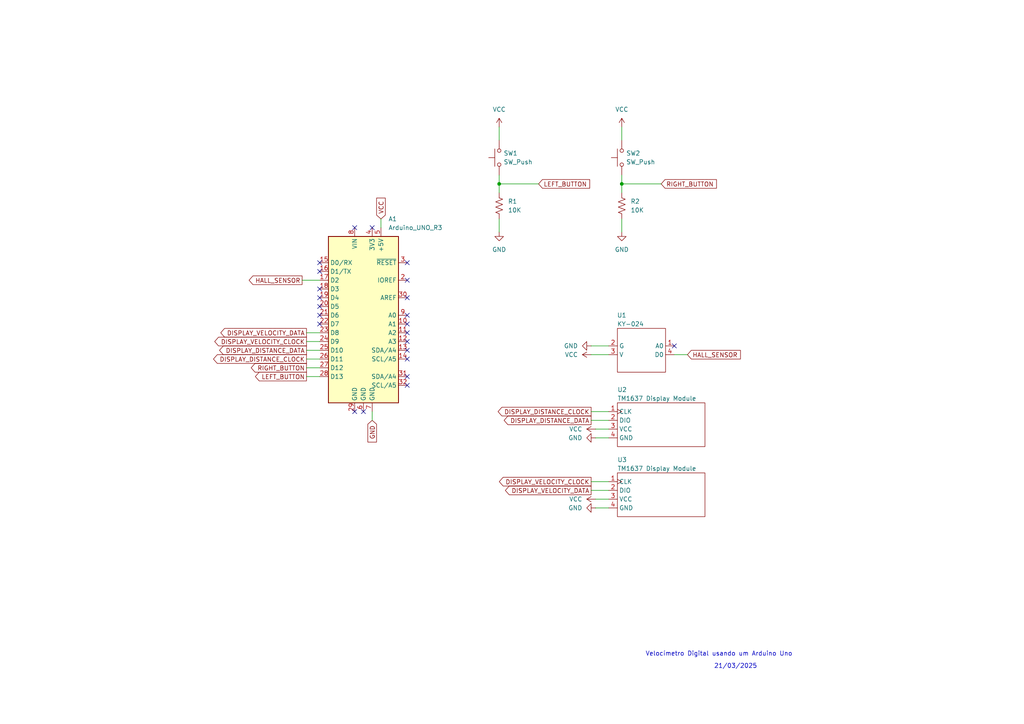
<source format=kicad_sch>
(kicad_sch (version 20250114) (generator "eeschema") (generator_version "9.0")
  (paper "A4")
  (lib_symbols
    (symbol "Device:R_US" (pin_numbers (hide yes)) (pin_names (offset 0))
      (property "Reference" "R" (at 2.54 0 90))
      (property "Value" "R_US" (at -2.54 0 90))
      (symbol "R_US_0_1"
        (polyline (pts (xy 0 2.286) (xy 0 2.54)))
        (polyline (pts (xy 0 2.286) (xy 1.016 1.905) (xy 0 1.524) (xy -1.016 1.143) (xy 0 0.762)))
        (polyline (pts (xy 0 0.762) (xy 1.016 0.381) (xy 0 0) (xy -1.016 -0.381) (xy 0 -0.762)))
        (polyline (pts (xy 0 -0.762) (xy 1.016 -1.143) (xy 0 -1.524) (xy -1.016 -1.905) (xy 0 -2.286)))
        (polyline (pts (xy 0 -2.286) (xy 0 -2.54)))
      )
      (symbol "R_US_1_1"
        (pin passive line (at 0 3.81 270) (length 1.27) (name "~") (number "1"))
        (pin passive line (at 0 -3.81 90) (length 1.27) (name "~") (number "2"))
      )
    )
    (symbol "MCU_Module:Arduino_UNO_R3"
      (property "Reference" "A" (at -10.16 23.495 0))
      (property "Value" "Arduino_UNO_R3" (at 5.08 -26.67 0))
      (symbol "Arduino_UNO_R3_0_1"
        (rectangle (start -10.16 22.86) (end 10.16 -25.4) (stroke (width 0.254)) (fill (type background)))
      )
      (symbol "Arduino_UNO_R3_1_1"
        (pin bidirectional line (at -12.7 15.24 0) (length 2.54) (name "D0/RX") (number "15"))
        (pin bidirectional line (at -12.7 12.7 0) (length 2.54) (name "D1/TX") (number "16"))
        (pin bidirectional line (at -12.7 10.16 0) (length 2.54) (name "D2") (number "17"))
        (pin bidirectional line (at -12.7 7.62 0) (length 2.54) (name "D3") (number "18"))
        (pin bidirectional line (at -12.7 5.08 0) (length 2.54) (name "D4") (number "19"))
        (pin bidirectional line (at -12.7 2.54 0) (length 2.54) (name "D5") (number "20"))
        (pin bidirectional line (at -12.7 0 0) (length 2.54) (name "D6") (number "21"))
        (pin bidirectional line (at -12.7 -2.54 0) (length 2.54) (name "D7") (number "22"))
        (pin bidirectional line (at -12.7 -5.08 0) (length 2.54) (name "D8") (number "23"))
        (pin bidirectional line (at -12.7 -7.62 0) (length 2.54) (name "D9") (number "24"))
        (pin bidirectional line (at -12.7 -10.16 0) (length 2.54) (name "D10") (number "25"))
        (pin bidirectional line (at -12.7 -12.7 0) (length 2.54) (name "D11") (number "26"))
        (pin bidirectional line (at -12.7 -15.24 0) (length 2.54) (name "D12") (number "27"))
        (pin bidirectional line (at -12.7 -17.78 0) (length 2.54) (name "D13") (number "28"))
        (pin no_connect line (at -10.16 -20.32 0) (length 2.54) (hide yes) (name "NC") (number "1"))
        (pin power_in line (at -2.54 25.4 270) (length 2.54) (name "VIN") (number "8"))
        (pin power_in line (at -2.54 -27.94 90) (length 2.54) (name "GND") (number "29"))
        (pin power_in line (at 0 -27.94 90) (length 2.54) (name "GND") (number "6"))
        (pin power_out line (at 2.54 25.4 270) (length 2.54) (name "3V3") (number "4"))
        (pin power_in line (at 2.54 -27.94 90) (length 2.54) (name "GND") (number "7"))
        (pin power_out line (at 5.08 25.4 270) (length 2.54) (name "+5V") (number "5"))
        (pin input line (at 12.7 15.24 180) (length 2.54) (name "~{RESET}") (number "3"))
        (pin output line (at 12.7 10.16 180) (length 2.54) (name "IOREF") (number "2"))
        (pin input line (at 12.7 5.08 180) (length 2.54) (name "AREF") (number "30"))
        (pin bidirectional line (at 12.7 0 180) (length 2.54) (name "A0") (number "9"))
        (pin bidirectional line (at 12.7 -2.54 180) (length 2.54) (name "A1") (number "10"))
        (pin bidirectional line (at 12.7 -5.08 180) (length 2.54) (name "A2") (number "11"))
        (pin bidirectional line (at 12.7 -7.62 180) (length 2.54) (name "A3") (number "12"))
        (pin bidirectional line (at 12.7 -10.16 180) (length 2.54) (name "SDA/A4") (number "13"))
        (pin bidirectional line (at 12.7 -12.7 180) (length 2.54) (name "SCL/A5") (number "14"))
        (pin bidirectional line (at 12.7 -17.78 180) (length 2.54) (name "SDA/A4") (number "31"))
        (pin bidirectional line (at 12.7 -20.32 180) (length 2.54) (name "SCL/A5") (number "32"))
      )
    )
    (symbol "Switch:SW_Push" (pin_numbers (hide yes)) (pin_names (offset 1.016) (hide yes))
      (property "Reference" "SW" (at 1.27 2.54 0))
      (property "Value" "SW_Push" (at 0 -1.524 0))
      (symbol "SW_Push_0_1"
        (circle (center -2.032 0) (radius 0.508))
        (polyline (pts (xy 0 1.27) (xy 0 3.048)))
        (circle (center 2.032 0) (radius 0.508))
        (polyline (pts (xy 2.54 1.27) (xy -2.54 1.27)))
        (pin passive line (at -5.08 0 0) (length 2.54) (name "1") (number "1"))
        (pin passive line (at 5.08 0 180) (length 2.54) (name "2") (number "2"))
      )
    )
    (symbol "TM1637-Display-Module_1"
      (property "Reference" "U" (at -24.892 4.064 0))
      (property "Value" "TM1637 Display Module" (at -13.97 1.27 0))
      (symbol "TM1637-Display-Module_1_0_1"
        (rectangle (start -25.4 0) (end 0 -12.7))
      )
      (symbol "TM1637-Display-Module_1_1_1"
        (pin input clock (at -27.94 -2.54 0) (length 2.54) (name "CLK") (number "1"))
        (pin input line (at -27.94 -5.08 0) (length 2.54) (name "DIO") (number "2"))
        (pin power_in line (at -27.94 -7.62 0) (length 2.54) (name "VCC") (number "3"))
        (pin power_in line (at -27.94 -10.16 0) (length 2.54) (name "GND") (number "4"))
      )
    )
    (symbol "library:Sensor-Hall-KY-024"
      (property "Reference" "U" (at -13.462 3.302 0))
      (property "Value" "KY-024" (at -10.16 1.016 0))
      (symbol "Sensor-Hall-KY-024_0_1"
        (rectangle (start -13.97 0) (end 0 -12.7))
      )
      (symbol "Sensor-Hall-KY-024_1_1"
        (pin power_out line (at -16.51 -5.08 0) (length 2.54) (name "G") (number "2"))
        (pin power_in line (at -16.51 -7.62 0) (length 2.54) (name "V") (number "3"))
        (pin output line (at 2.54 -5.08 180) (length 2.54) (name "A0") (number "1"))
        (pin output line (at 2.54 -7.62 180) (length 2.54) (name "D0") (number "4"))
      )
    )
    (symbol "library:TM1637-Display-Module"
      (property "Reference" "U" (at -24.892 4.064 0))
      (property "Value" "TM1637 Display Module" (at -13.97 1.27 0))
      (symbol "TM1637-Display-Module_0_1"
        (rectangle (start -25.4 0) (end 0 -12.7))
      )
      (symbol "TM1637-Display-Module_1_1"
        (pin input clock (at -27.94 -2.54 0) (length 2.54) (name "CLK") (number "1"))
        (pin input line (at -27.94 -5.08 0) (length 2.54) (name "DIO") (number "2"))
        (pin power_in line (at -27.94 -7.62 0) (length 2.54) (name "VCC") (number "3"))
        (pin power_in line (at -27.94 -10.16 0) (length 2.54) (name "GND") (number "4"))
      )
    )
    (symbol "power:GND" (power) (pin_numbers (hide yes)) (pin_names (offset 0) (hide yes))
      (property "Value" "GND" (at 0 -3.81 0))
      (symbol "GND_0_1"
        (polyline (pts (xy 0 0) (xy 0 -1.27) (xy 1.27 -1.27) (xy 0 -2.54) (xy -1.27 -1.27) (xy 0 -1.27)))
      )
      (symbol "GND_1_1"
        (pin power_in line (at 0 0 270) (length 0) (name "~") (number "1"))
      )
    )
    (symbol "power:VCC" (power) (pin_numbers (hide yes)) (pin_names (offset 0) (hide yes))
      (property "Value" "VCC" (at 0 3.556 0))
      (symbol "VCC_0_1"
        (polyline (pts (xy -0.762 1.27) (xy 0 2.54)))
        (polyline (pts (xy 0 2.54) (xy 0.762 1.27)))
        (polyline (pts (xy 0 0) (xy 0 2.54)))
      )
      (symbol "VCC_1_1"
        (pin power_in line (at 0 0 90) (length 0) (name "~") (number "1"))
      )
    )
  )
  (text "Velocímetro Digital usando um Arduino Uno" (at 208.534 189.738 0) (effects (font (size 1.27 1.27))))
  (text "21/03/2025" (at 213.36 193.294 0) (effects (font (size 1.27 1.27))))
  (junction (at 180.34 53.34))
  (junction (at 144.78 53.34))
  (no_connect (at 118.11 91.44))
  (no_connect (at 102.87 119.38))
  (no_connect (at 118.11 76.2))
  (no_connect (at 105.41 119.38))
  (no_connect (at 118.11 81.28))
  (no_connect (at 118.11 99.06))
  (no_connect (at 92.71 83.82))
  (no_connect (at 92.71 76.2))
  (no_connect (at 92.71 78.74))
  (no_connect (at 118.11 104.14))
  (no_connect (at 118.11 96.52))
  (no_connect (at 92.71 88.9))
  (no_connect (at 92.71 86.36))
  (no_connect (at 107.95 66.04))
  (no_connect (at 102.87 66.04))
  (no_connect (at 118.11 101.6))
  (no_connect (at 118.11 93.98))
  (no_connect (at 92.71 91.44))
  (no_connect (at 118.11 86.36))
  (no_connect (at 118.11 111.76))
  (no_connect (at 92.71 93.98))
  (no_connect (at 118.11 109.22))
  (no_connect (at 195.58 100.33))
  (wire (pts (xy 144.78 36.83) (xy 144.78 40.64)))
  (wire (pts (xy 180.34 36.83) (xy 180.34 40.64)))
  (wire (pts (xy 144.78 50.8) (xy 144.78 53.34)))
  (wire (pts (xy 88.9 106.68) (xy 92.71 106.68)))
  (wire (pts (xy 144.78 63.5) (xy 144.78 67.31)))
  (wire (pts (xy 172.72 144.78) (xy 176.53 144.78)))
  (wire (pts (xy 171.45 142.24) (xy 176.53 142.24)))
  (wire (pts (xy 180.34 53.34) (xy 180.34 55.88)))
  (wire (pts (xy 171.45 121.92) (xy 176.53 121.92)))
  (wire (pts (xy 144.78 53.34) (xy 144.78 55.88)))
  (wire (pts (xy 172.72 127) (xy 176.53 127)))
  (wire (pts (xy 172.72 147.32) (xy 176.53 147.32)))
  (wire (pts (xy 107.95 119.38) (xy 107.95 121.92)))
  (wire (pts (xy 180.34 53.34) (xy 191.77 53.34)))
  (wire (pts (xy 180.34 50.8) (xy 180.34 53.34)))
  (wire (pts (xy 87.63 81.28) (xy 92.71 81.28)))
  (wire (pts (xy 171.45 102.87) (xy 176.53 102.87)))
  (wire (pts (xy 171.45 139.7) (xy 176.53 139.7)))
  (wire (pts (xy 171.45 119.38) (xy 176.53 119.38)))
  (wire (pts (xy 88.9 104.14) (xy 92.71 104.14)))
  (wire (pts (xy 88.9 109.22) (xy 92.71 109.22)))
  (wire (pts (xy 144.78 53.34) (xy 156.21 53.34)))
  (wire (pts (xy 110.49 63.5) (xy 110.49 66.04)))
  (wire (pts (xy 88.9 99.06) (xy 92.71 99.06)))
  (wire (pts (xy 171.45 100.33) (xy 176.53 100.33)))
  (wire (pts (xy 195.58 102.87) (xy 199.39 102.87)))
  (wire (pts (xy 172.72 124.46) (xy 176.53 124.46)))
  (wire (pts (xy 88.9 96.52) (xy 92.71 96.52)))
  (wire (pts (xy 88.9 101.6) (xy 92.71 101.6)))
  (wire (pts (xy 180.34 63.5) (xy 180.34 67.31)))
  (global_label "LEFT_BUTTON" (shape output) (at 88.9 109.22 180) (property "Intersheetrefs" "${INTERSHEET_REFS}" (effects (hide yes))))
  (global_label "HALL_SENSOR" (shape input) (at 199.39 102.87 0) (property "Intersheetrefs" "${INTERSHEET_REFS}" (effects (hide yes))))
  (global_label "RIGHT_BUTTON" (shape input) (at 191.77 53.34 0) (property "Intersheetrefs" "${INTERSHEET_REFS}" (effects (hide yes))))
  (global_label "DISPLAY_DISTANCE_CLOCK" (shape output) (at 171.45 119.38 180) (property "Intersheetrefs" "${INTERSHEET_REFS}" (effects (hide yes))))
  (global_label "VCC" (shape input) (at 110.49 63.5 90) (property "Intersheetrefs" "${INTERSHEET_REFS}" (effects (hide yes))))
  (global_label "DISPLAY_VELOCITY_DATA" (shape output) (at 171.45 142.24 180) (property "Intersheetrefs" "${INTERSHEET_REFS}" (effects (hide yes))))
  (global_label "DISPLAY_DISTANCE_DATA" (shape output) (at 88.9 101.6 180) (property "Intersheetrefs" "${INTERSHEET_REFS}" (effects (hide yes))))
  (global_label "DISPLAY_DISTANCE_CLOCK" (shape output) (at 88.9 104.14 180) (property "Intersheetrefs" "${INTERSHEET_REFS}" (effects (hide yes))))
  (global_label "GND" (shape input) (at 107.95 121.92 270) (property "Intersheetrefs" "${INTERSHEET_REFS}" (effects (hide yes))))
  (global_label "DISPLAY_VELOCITY_CLOCK" (shape output) (at 88.9 99.06 180) (property "Intersheetrefs" "${INTERSHEET_REFS}" (effects (hide yes))))
  (global_label "RIGHT_BUTTON" (shape output) (at 88.9 106.68 180) (property "Intersheetrefs" "${INTERSHEET_REFS}" (effects (hide yes))))
  (global_label "HALL_SENSOR" (shape output) (at 87.63 81.28 180) (property "Intersheetrefs" "${INTERSHEET_REFS}" (effects (hide yes))))
  (global_label "DISPLAY_VELOCITY_DATA" (shape output) (at 88.9 96.52 180) (property "Intersheetrefs" "${INTERSHEET_REFS}" (effects (hide yes))))
  (global_label "LEFT_BUTTON" (shape input) (at 156.21 53.34 0) (property "Intersheetrefs" "${INTERSHEET_REFS}" (effects (hide yes))))
  (global_label "DISPLAY_DISTANCE_DATA" (shape output) (at 171.45 121.92 180) (property "Intersheetrefs" "${INTERSHEET_REFS}" (effects (hide yes))))
  (global_label "DISPLAY_VELOCITY_CLOCK" (shape output) (at 171.45 139.7 180) (property "Intersheetrefs" "${INTERSHEET_REFS}" (effects (hide yes))))
  (symbol (lib_id "power:GND") (at 144.78 67.31 0) (unit 1)
    (property "Reference" "#PWR02" (effects (hide yes)))
    (property "Value" "GND" (at 144.78 72.39 0))
    (property "Description" "Power symbol creates a global label with name \"GND\" , ground" (effects (hide yes)))
  )
  (symbol (lib_id "library:Sensor-Hall-KY-024") (at 193.04 95.25 0) (unit 1)
    (property "Reference" "U1" (at 180.34 91.44 0))
    (property "Value" "KY-024" (at 182.88 93.98 0))
    (property "Footprint" "library:KY-024" (effects (hide yes)))
  )
  (symbol (lib_id "power:VCC") (at 144.78 36.83 0) (unit 1)
    (property "Reference" "#PWR01" (effects (hide yes)))
    (property "Value" "VCC" (at 144.78 31.75 0))
    (property "Description" "Power symbol creates a global label with name \"VCC\"" (effects (hide yes)))
  )
  (symbol (lib_id "power:VCC") (at 172.72 124.46 90) (unit 1)
    (property "Reference" "#PWR05" (effects (hide yes)))
    (property "Value" "VCC" (at 168.91 124.4599 90) (effects (justify left)))
    (property "Description" "Power symbol creates a global label with name \"VCC\"" (effects (hide yes)))
  )
  (symbol (lib_id "power:VCC") (at 180.34 36.83 0) (unit 1)
    (property "Reference" "#PWR03" (effects (hide yes)))
    (property "Value" "VCC" (at 180.34 31.75 0))
    (property "Description" "Power symbol creates a global label with name \"VCC\"" (effects (hide yes)))
  )
  (symbol (lib_id "power:VCC") (at 172.72 144.78 90) (unit 1)
    (property "Reference" "#PWR07" (effects (hide yes)))
    (property "Value" "VCC" (at 168.91 144.7799 90) (effects (justify left)))
    (property "Description" "Power symbol creates a global label with name \"VCC\"" (effects (hide yes)))
  )
  (symbol (lib_id "Device:R_US") (at 180.34 59.69 0) (unit 1)
    (property "Reference" "R2" (at 182.88 58.4199 0) (effects (justify left)))
    (property "Value" "10K" (at 182.88 60.9599 0) (effects (justify left)))
    (property "Footprint" "Resistor_THT:R_Axial_DIN0204_L3.6mm_D1.6mm_P5.08mm_Horizontal" (effects (hide yes)))
    (property "Description" "Resistor, US symbol" (effects (hide yes)))
  )
  (symbol (lib_id "MCU_Module:Arduino_UNO_R3") (at 105.41 91.44 0) (unit 1)
    (property "Reference" "A1" (at 112.6333 63.5 0) (effects (justify left)))
    (property "Value" "Arduino_UNO_R3" (at 112.6333 66.04 0) (effects (justify left)))
    (property "Footprint" "Module:Arduino_UNO_R3" (effects (hide yes)))
    (property "Datasheet" "https://www.arduino.cc/en/Main/arduinoBoardUno" (effects (hide yes)))
    (property "Description" "Arduino UNO Microcontroller Module, release 3" (effects (hide yes)))
  )
  (symbol (lib_name "TM1637-Display-Module_1") (lib_id "library:TM1637-Display-Module") (at 204.47 116.84 0) (unit 1)
    (property "Reference" "U2" (at 179.07 113.03 0) (effects (justify left)))
    (property "Value" "TM1637 Display Module" (at 179.07 115.57 0) (effects (justify left)))
    (property "Footprint" "library:TM1637 Display Module" (effects (hide yes)))
  )
  (symbol (lib_id "power:GND") (at 171.45 100.33 270) (unit 1)
    (property "Reference" "#PWR09" (effects (hide yes)))
    (property "Value" "GND" (at 167.64 100.3299 90) (effects (justify right)))
    (property "Description" "Power symbol creates a global label with name \"GND\" , ground" (effects (hide yes)))
  )
  (symbol (lib_id "Device:R_US") (at 144.78 59.69 0) (unit 1)
    (property "Reference" "R1" (at 147.32 58.4199 0) (effects (justify left)))
    (property "Value" "10K" (at 147.32 60.9599 0) (effects (justify left)))
    (property "Footprint" "Resistor_THT:R_Axial_DIN0204_L3.6mm_D1.6mm_P5.08mm_Horizontal" (effects (hide yes)))
    (property "Description" "Resistor, US symbol" (effects (hide yes)))
  )
  (symbol (lib_id "power:GND") (at 172.72 147.32 270) (unit 1)
    (property "Reference" "#PWR08" (effects (hide yes)))
    (property "Value" "GND" (at 168.91 147.3199 90) (effects (justify right)))
    (property "Description" "Power symbol creates a global label with name \"GND\" , ground" (effects (hide yes)))
  )
  (symbol (lib_id "library:TM1637-Display-Module") (at 204.47 137.16 0) (unit 1)
    (property "Reference" "U3" (at 179.07 133.35 0) (effects (justify left)))
    (property "Value" "TM1637 Display Module" (at 179.07 135.89 0) (effects (justify left)))
    (property "Footprint" "library:TM1637 Display Module" (effects (hide yes)))
  )
  (symbol (lib_id "Switch:SW_Push") (at 180.34 45.72 90) (unit 1)
    (property "Reference" "SW2" (at 181.61 44.4499 90) (effects (justify right)))
    (property "Value" "SW_Push" (at 181.61 46.9899 90) (effects (justify right)))
    (property "Footprint" "Button_Switch_THT:SW_PUSH_6mm" (effects (hide yes)))
    (property "Description" "Push button switch, generic, two pins" (effects (hide yes)))
  )
  (symbol (lib_id "power:VCC") (at 171.45 102.87 90) (unit 1)
    (property "Reference" "#PWR010" (effects (hide yes)))
    (property "Value" "VCC" (at 167.64 102.8699 90) (effects (justify left)))
    (property "Description" "Power symbol creates a global label with name \"VCC\"" (effects (hide yes)))
  )
  (symbol (lib_id "Switch:SW_Push") (at 144.78 45.72 90) (unit 1)
    (property "Reference" "SW1" (at 146.05 44.4499 90) (effects (justify right)))
    (property "Value" "SW_Push" (at 146.05 46.9899 90) (effects (justify right)))
    (property "Footprint" "Button_Switch_THT:SW_PUSH_6mm" (effects (hide yes)))
    (property "Description" "Push button switch, generic, two pins" (effects (hide yes)))
  )
  (symbol (lib_id "power:GND") (at 172.72 127 270) (unit 1)
    (property "Reference" "#PWR06" (effects (hide yes)))
    (property "Value" "GND" (at 168.91 126.9999 90) (effects (justify right)))
    (property "Description" "Power symbol creates a global label with name \"GND\" , ground" (effects (hide yes)))
  )
  (symbol (lib_id "power:GND") (at 180.34 67.31 0) (unit 1)
    (property "Reference" "#PWR04" (effects (hide yes)))
    (property "Value" "GND" (at 180.34 72.39 0))
    (property "Description" "Power symbol creates a global label with name \"GND\" , ground" (effects (hide yes)))
  )
)
</source>
